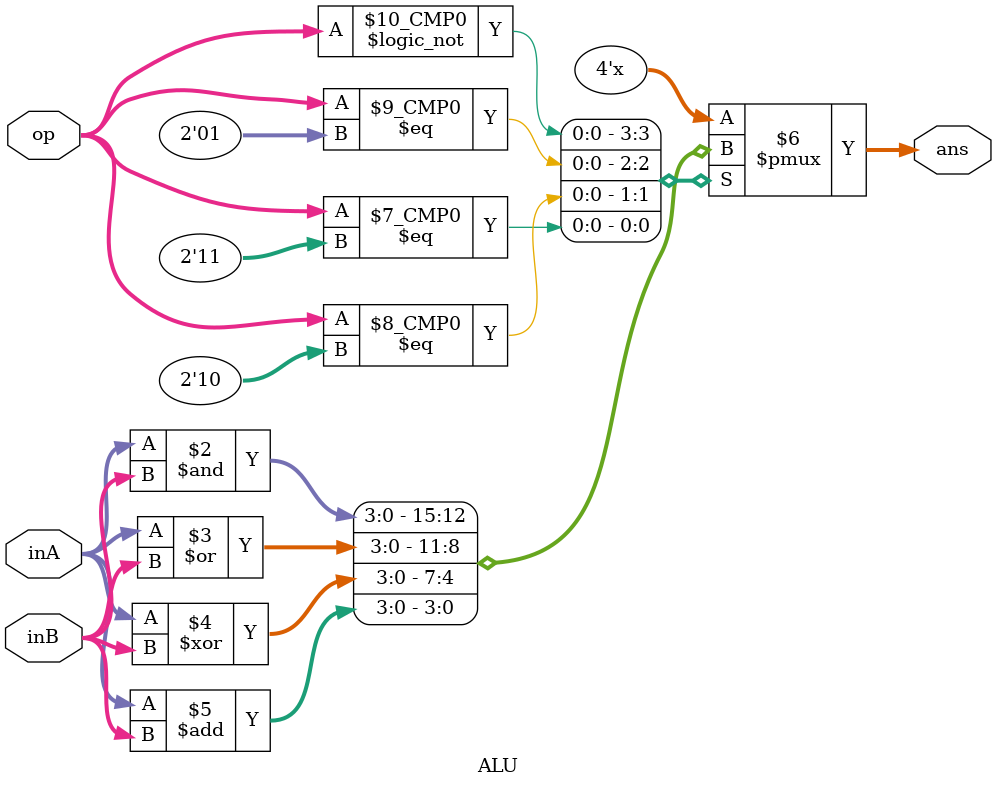
<source format=v>
`timescale 1ns/1ps
module ALU (
    input [3:0] inA,
    input [3:0] inB,
    input [1:0] op,
    output reg [3:0] ans
    );

always @(*) begin
    case(op)
        2'b00: ans=inA&inB;
        2'b01: ans=inA|inB;
        2'b10: ans=inA^inB;
        2'b11: ans=inA+inB;
        default: ans=0;
    endcase
end  

endmodule

</source>
